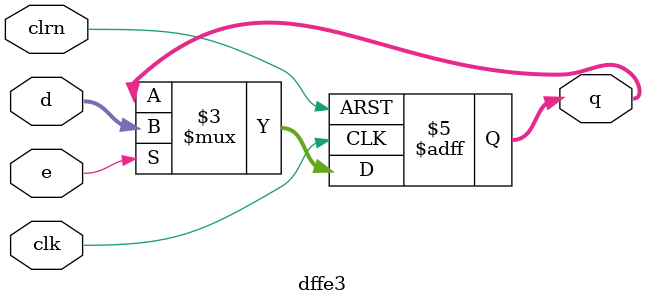
<source format=v>
`timescale 1ns / 1ps


module dffe3(d,clk,clrn,e,q);                         // a 32-bit register
    input      [2:0] d;                                // input d
    input             e;                                // e: enable
    input             clk, clrn;                        // clock and reset
    output reg [2:0] q;                                // output q
    always @(negedge clrn or posedge clk)
        if (!clrn)  q <= 0;                             // q = 0 if reset
        else if (e) q <= d;                             // save d if enabled
endmodule

</source>
